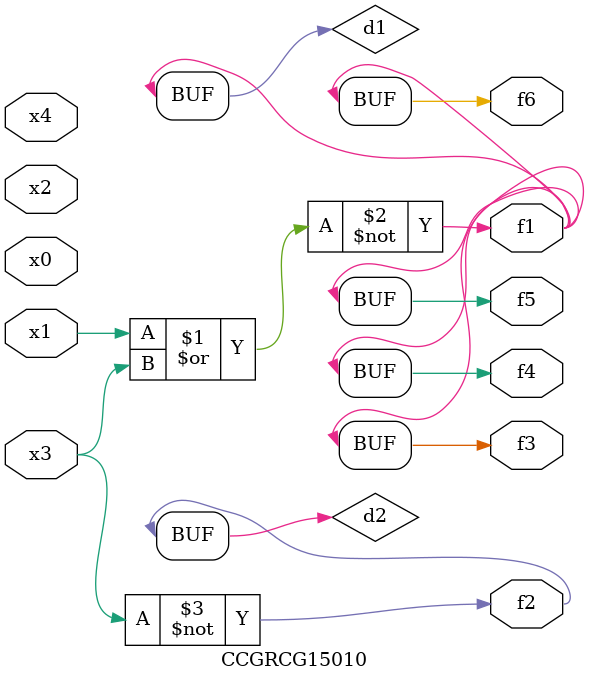
<source format=v>
module CCGRCG15010(
	input x0, x1, x2, x3, x4,
	output f1, f2, f3, f4, f5, f6
);

	wire d1, d2;

	nor (d1, x1, x3);
	not (d2, x3);
	assign f1 = d1;
	assign f2 = d2;
	assign f3 = d1;
	assign f4 = d1;
	assign f5 = d1;
	assign f6 = d1;
endmodule

</source>
